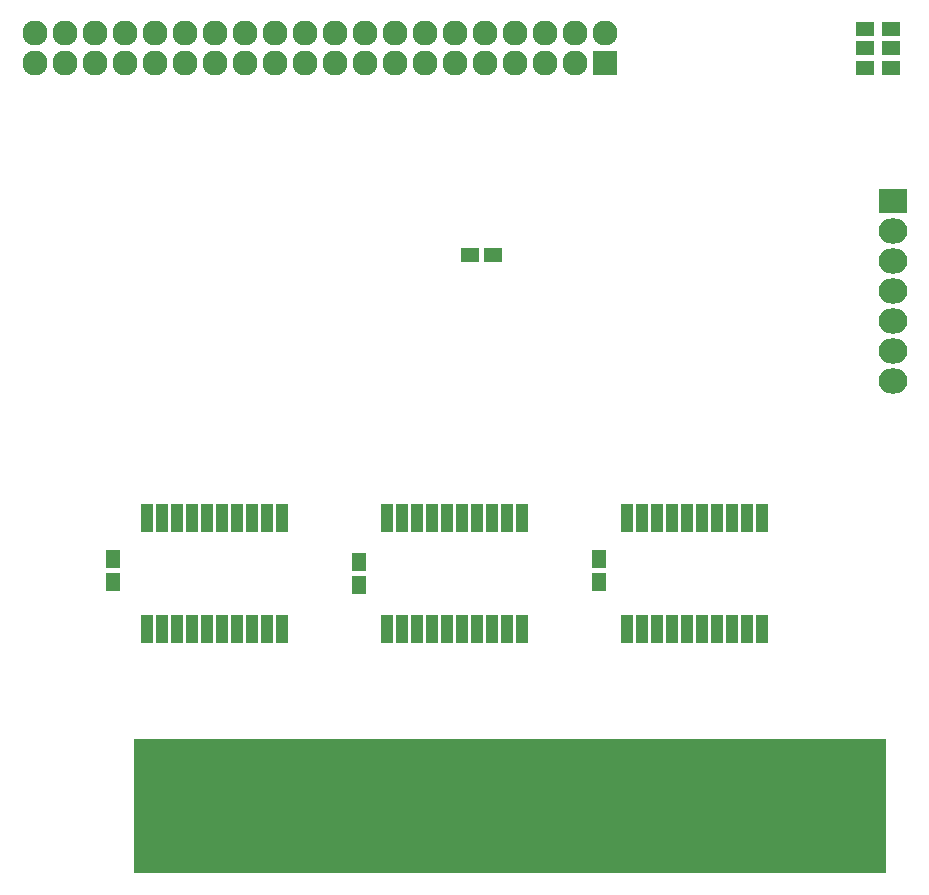
<source format=gbr>
G04 #@! TF.FileFunction,Soldermask,Bot*
%FSLAX46Y46*%
G04 Gerber Fmt 4.6, Leading zero omitted, Abs format (unit mm)*
G04 Created by KiCad (PCBNEW 4.0.7) date 03/28/18 13:14:18*
%MOMM*%
%LPD*%
G01*
G04 APERTURE LIST*
%ADD10C,0.100000*%
%ADD11R,2.127200X2.127200*%
%ADD12O,2.127200X2.127200*%
%ADD13R,2.824000X11.460000*%
%ADD14R,1.000000X2.350000*%
%ADD15R,2.432000X2.127200*%
%ADD16O,2.432000X2.127200*%
%ADD17R,1.600000X1.300000*%
%ADD18R,1.150000X1.600000*%
%ADD19R,1.600000X1.150000*%
G04 APERTURE END LIST*
D10*
D11*
X156210000Y-74930000D03*
D12*
X156210000Y-72390000D03*
X153670000Y-74930000D03*
X153670000Y-72390000D03*
X151130000Y-74930000D03*
X151130000Y-72390000D03*
X148590000Y-74930000D03*
X148590000Y-72390000D03*
X146050000Y-74930000D03*
X146050000Y-72390000D03*
X143510000Y-74930000D03*
X143510000Y-72390000D03*
X140970000Y-74930000D03*
X140970000Y-72390000D03*
X138430000Y-74930000D03*
X138430000Y-72390000D03*
X135890000Y-74930000D03*
X135890000Y-72390000D03*
X133350000Y-74930000D03*
X133350000Y-72390000D03*
X130810000Y-74930000D03*
X130810000Y-72390000D03*
X128270000Y-74930000D03*
X128270000Y-72390000D03*
X125730000Y-74930000D03*
X125730000Y-72390000D03*
X123190000Y-74930000D03*
X123190000Y-72390000D03*
X120650000Y-74930000D03*
X120650000Y-72390000D03*
X118110000Y-74930000D03*
X118110000Y-72390000D03*
X115570000Y-74930000D03*
X115570000Y-72390000D03*
X113030000Y-74930000D03*
X113030000Y-72390000D03*
X110490000Y-74930000D03*
X110490000Y-72390000D03*
X107950000Y-74930000D03*
X107950000Y-72390000D03*
D13*
X178689000Y-137795000D03*
X176149000Y-137795000D03*
X173609000Y-137795000D03*
X171069000Y-137795000D03*
X168529000Y-137795000D03*
X165989000Y-137795000D03*
X163449000Y-137795000D03*
X160909000Y-137795000D03*
X158369000Y-137795000D03*
X155829000Y-137795000D03*
X153289000Y-137795000D03*
X150749000Y-137795000D03*
X148209000Y-137795000D03*
X145669000Y-137795000D03*
X143129000Y-137795000D03*
X140589000Y-137795000D03*
X138049000Y-137795000D03*
X135509000Y-137795000D03*
X132969000Y-137795000D03*
X130429000Y-137795000D03*
X127889000Y-137795000D03*
X125349000Y-137795000D03*
X122809000Y-137795000D03*
X120269000Y-137795000D03*
X117729000Y-137795000D03*
D14*
X117475000Y-113410000D03*
X118745000Y-113410000D03*
X120015000Y-113410000D03*
X121285000Y-113410000D03*
X122555000Y-113410000D03*
X123825000Y-113410000D03*
X125095000Y-113410000D03*
X126365000Y-113410000D03*
X127635000Y-113410000D03*
X128905000Y-113410000D03*
X128905000Y-122810000D03*
X127635000Y-122810000D03*
X126365000Y-122810000D03*
X125095000Y-122810000D03*
X123825000Y-122810000D03*
X122555000Y-122810000D03*
X121285000Y-122810000D03*
X120015000Y-122810000D03*
X118745000Y-122810000D03*
X117475000Y-122810000D03*
X137795000Y-113410000D03*
X139065000Y-113410000D03*
X140335000Y-113410000D03*
X141605000Y-113410000D03*
X142875000Y-113410000D03*
X144145000Y-113410000D03*
X145415000Y-113410000D03*
X146685000Y-113410000D03*
X147955000Y-113410000D03*
X149225000Y-113410000D03*
X149225000Y-122810000D03*
X147955000Y-122810000D03*
X146685000Y-122810000D03*
X145415000Y-122810000D03*
X144145000Y-122810000D03*
X142875000Y-122810000D03*
X141605000Y-122810000D03*
X140335000Y-122810000D03*
X139065000Y-122810000D03*
X137795000Y-122810000D03*
X158115000Y-113410000D03*
X159385000Y-113410000D03*
X160655000Y-113410000D03*
X161925000Y-113410000D03*
X163195000Y-113410000D03*
X164465000Y-113410000D03*
X165735000Y-113410000D03*
X167005000Y-113410000D03*
X168275000Y-113410000D03*
X169545000Y-113410000D03*
X169545000Y-122810000D03*
X168275000Y-122810000D03*
X167005000Y-122810000D03*
X165735000Y-122810000D03*
X164465000Y-122810000D03*
X163195000Y-122810000D03*
X161925000Y-122810000D03*
X160655000Y-122810000D03*
X159385000Y-122810000D03*
X158115000Y-122810000D03*
D15*
X180594000Y-86614000D03*
D16*
X180594000Y-89154000D03*
X180594000Y-91694000D03*
X180594000Y-94234000D03*
X180594000Y-96774000D03*
X180594000Y-99314000D03*
X180594000Y-101854000D03*
D17*
X178224000Y-72009000D03*
X180424000Y-72009000D03*
X178224000Y-73660000D03*
X180424000Y-73660000D03*
X178224000Y-75311000D03*
X180424000Y-75311000D03*
D18*
X155702000Y-118806000D03*
X155702000Y-116906000D03*
X135382000Y-117160000D03*
X135382000Y-119060000D03*
X114554000Y-118806000D03*
X114554000Y-116906000D03*
D19*
X146746000Y-91186000D03*
X144846000Y-91186000D03*
M02*

</source>
